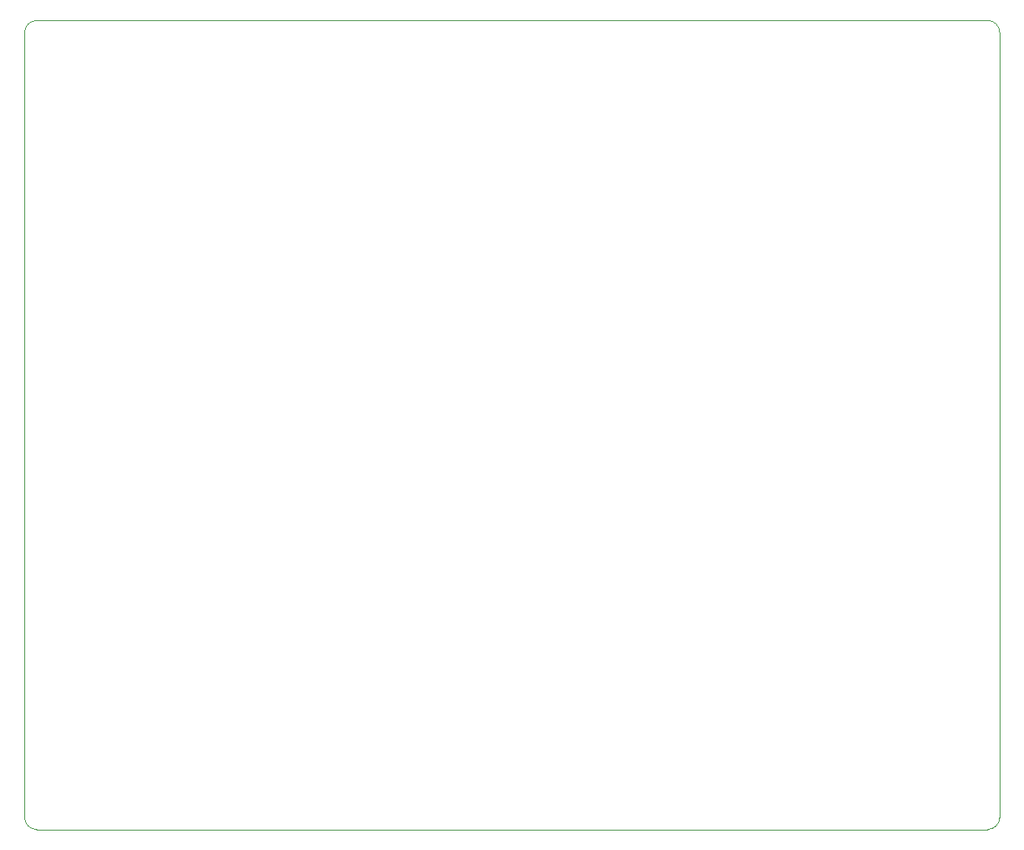
<source format=gbr>
%TF.GenerationSoftware,KiCad,Pcbnew,9.0.2*%
%TF.CreationDate,2025-06-26T21:31:22-07:00*%
%TF.ProjectId,tdm_b1,74646d5f-6231-42e6-9b69-6361645f7063,rev?*%
%TF.SameCoordinates,Original*%
%TF.FileFunction,Profile,NP*%
%FSLAX46Y46*%
G04 Gerber Fmt 4.6, Leading zero omitted, Abs format (unit mm)*
G04 Created by KiCad (PCBNEW 9.0.2) date 2025-06-26 21:31:22*
%MOMM*%
%LPD*%
G01*
G04 APERTURE LIST*
%TA.AperFunction,Profile*%
%ADD10C,0.050000*%
%TD*%
G04 APERTURE END LIST*
D10*
X191465200Y-64770000D02*
X191465200Y-146850100D01*
X90830400Y-148120100D02*
G75*
G02*
X89560400Y-146850100I0J1270000D01*
G01*
X191465200Y-146850100D02*
G75*
G02*
X190195200Y-148120100I-1270000J0D01*
G01*
X190195200Y-63500000D02*
G75*
G02*
X191465200Y-64770000I0J-1270000D01*
G01*
X90830400Y-63500000D02*
X190195200Y-63500000D01*
X89560400Y-146850100D02*
X89560400Y-64770000D01*
X89560400Y-64770000D02*
G75*
G02*
X90830400Y-63500000I1270000J0D01*
G01*
X190195200Y-148120100D02*
X90830400Y-148120100D01*
M02*

</source>
